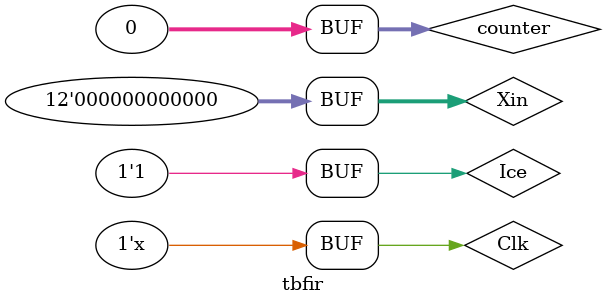
<source format=sv>
module tbfir;

//inputs

logic Clk;
logic signed [11:0] Xin;
logic Ice;
logic Datavalid;
logic [31:0] counter;

// Outputs
logic signed [30:0] Yout;


    // Instantiate the Unit Under Test (UUT)
    genericfir uut (
        .i_clk(Clk),
        .i_ce(Ice), 
        .i_sample(Xin), 
        .o_result(Yout),
        .o_data_valid(Datavalid)
    );

//Generate a clock with 10 ns clock period.
initial 
    begin
        Clk = 0;
        Ice = 1;
        counter = 0;
    end
always #5 Clk =~Clk;




//always #10 Ice =~Ice;

//Initialize and apply the inputs.
    initial begin
          Xin = 1; counter= counter+1;  #10;
          Xin = 0; counter= counter+1; #10;
          Xin = 0; counter= counter+1; #10;
          Xin = 0; counter= counter+1; #10;
          Xin = 0; counter= counter+1;#10;
          Xin = 0; counter= counter+1; #10;
          Xin = 0; counter= counter+1;#10;
          Xin = 0; counter= counter+1;#10;
          

    end

endmodule

</source>
